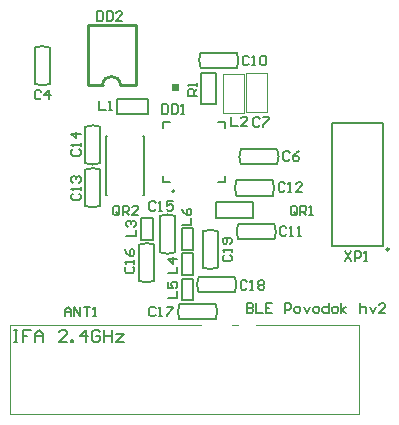
<source format=gto>
G04*
G04 #@! TF.GenerationSoftware,Altium Limited,Altium Designer,18.1.6 (161)*
G04*
G04 Layer_Color=65535*
%FSLAX24Y24*%
%MOIN*%
G70*
G01*
G75*
%ADD10C,0.0100*%
%ADD11C,0.0070*%
%ADD12C,0.0079*%
%ADD13C,0.0039*%
G36*
X33892Y36486D02*
X33642D01*
Y36236D01*
X33892D01*
Y36486D01*
D02*
G37*
D10*
X31942Y36436D02*
G03*
X31342Y36436I-300J0D01*
G01*
X40876Y30965D02*
G03*
X40876Y30965I-30J0D01*
G01*
X30842Y36436D02*
X31342D01*
X32442D02*
Y38436D01*
X30842Y36436D02*
Y38436D01*
X32442D01*
X31942Y36436D02*
X32442D01*
D11*
X33905Y29144D02*
G03*
X33904Y28633I608J-256D01*
G01*
X35112D02*
G03*
X35112Y29144I-609J255D01*
G01*
X34545Y30049D02*
G03*
X34544Y29539I608J-256D01*
G01*
X35752D02*
G03*
X35751Y30049I-609J255D01*
G01*
X33760Y32079D02*
G03*
X33249Y32080I-256J-608D01*
G01*
Y30872D02*
G03*
X33760Y30873I255J609D01*
G01*
X35187Y31568D02*
G03*
X34676Y31568I-256J-608D01*
G01*
Y30360D02*
G03*
X35187Y30361I255J609D01*
G01*
X32559Y29919D02*
G03*
X33070Y29918I256J608D01*
G01*
Y31126D02*
G03*
X32559Y31125I-255J-609D01*
G01*
X35804Y33268D02*
G03*
X35804Y32757I608J-256D01*
G01*
X37012D02*
G03*
X37011Y33268I-609J255D01*
G01*
X35863Y31811D02*
G03*
X35863Y31300I608J-256D01*
G01*
X37071D02*
G03*
X37070Y31811I-609J255D01*
G01*
X30759Y32419D02*
G03*
X31269Y32418I256J608D01*
G01*
Y33626D02*
G03*
X30759Y33625I-255J-609D01*
G01*
X31270Y35052D02*
G03*
X30759Y35052I-256J-608D01*
G01*
Y33845D02*
G03*
X31270Y33845I255J609D01*
G01*
X35952Y34311D02*
G03*
X35952Y33800I608J-256D01*
G01*
X37159D02*
G03*
X37159Y34311I-609J255D01*
G01*
X35820Y37018D02*
G03*
X35820Y37528I-608J256D01*
G01*
X34612D02*
G03*
X34613Y37018I609J-255D01*
G01*
X29075Y36484D02*
G03*
X29585Y36483I256J608D01*
G01*
Y37691D02*
G03*
X29075Y37690I-255J-609D01*
G01*
X33908Y28633D02*
X35108D01*
X33907Y29144D02*
X35108D01*
X34548Y29538D02*
X35748D01*
X34547Y30049D02*
X35748D01*
X33249Y30876D02*
Y32076D01*
X33760Y30876D02*
Y32077D01*
X34676Y30364D02*
Y31564D01*
X35187Y30364D02*
Y31565D01*
X33070Y29922D02*
Y31122D01*
X32559Y29921D02*
Y31122D01*
X35808Y32757D02*
X37008D01*
X35807Y33268D02*
X37008D01*
X35867Y31300D02*
X37067D01*
X35866Y31811D02*
X37067D01*
X31270Y32422D02*
Y33622D01*
X30759Y32421D02*
Y33622D01*
Y33848D02*
Y35048D01*
X31270Y33848D02*
Y35049D01*
X35955Y33800D02*
X37155D01*
X35955Y34311D02*
X37156D01*
X35138Y35797D02*
Y36841D01*
X34626Y35797D02*
Y36841D01*
Y35797D02*
X35138D01*
X34626Y36841D02*
X35138D01*
X34616Y37529D02*
X35816D01*
X34616Y37018D02*
X35817D01*
X31831Y35482D02*
Y35994D01*
X32874Y35482D02*
Y35994D01*
X31831Y35482D02*
X32874D01*
X31831Y35994D02*
X32874D01*
X29586Y36487D02*
Y37687D01*
X29075Y36486D02*
Y37687D01*
D12*
X33740Y32904D02*
G03*
X33740Y32904I-39J0D01*
G01*
X38996Y31073D02*
X40679D01*
Y35177D01*
X38996D02*
X40679D01*
X38996Y31073D02*
Y35177D01*
X33976Y29281D02*
X34370D01*
X33976D02*
Y29990D01*
X34173D01*
X34370D01*
Y29281D02*
Y29990D01*
X33976Y30128D02*
X34370D01*
X33976D02*
Y30837D01*
X34173D01*
X34370D01*
Y30128D02*
Y30837D01*
X33976Y30955D02*
X34370D01*
X33976D02*
Y31663D01*
X34173D01*
X34370D01*
Y30955D02*
Y31663D01*
X32618Y31998D02*
X33012D01*
Y31289D02*
Y31998D01*
X32815Y31289D02*
X33012D01*
X32618D02*
X32815D01*
X32618D02*
Y31998D01*
X35138Y31998D02*
Y32549D01*
X36358Y31998D02*
Y32549D01*
X35138Y31998D02*
X36358D01*
X35138Y32549D02*
X36358D01*
X32687Y34754D02*
X32726D01*
Y32785D02*
Y34754D01*
X32687Y32785D02*
X32726D01*
X31467Y34754D02*
X31506D01*
X31467Y32785D02*
Y34754D01*
Y32785D02*
X31506D01*
X35413Y33219D02*
Y33406D01*
X35197Y33219D02*
X35413D01*
X33356D02*
X33583D01*
X33356D02*
Y33228D01*
Y33406D01*
X35413Y35020D02*
Y35217D01*
X35197D02*
X35413D01*
X33356D02*
X33583D01*
X33356Y35020D02*
Y35217D01*
X36152Y29163D02*
Y28848D01*
X36309D01*
X36361Y28901D01*
Y28953D01*
X36309Y29006D01*
X36152D01*
X36309D01*
X36361Y29058D01*
Y29111D01*
X36309Y29163D01*
X36152D01*
X36466D02*
Y28848D01*
X36676D01*
X36991Y29163D02*
X36781D01*
Y28848D01*
X36991D01*
X36781Y29006D02*
X36886D01*
X37411Y28848D02*
Y29163D01*
X37568D01*
X37621Y29111D01*
Y29006D01*
X37568Y28953D01*
X37411D01*
X37778Y28848D02*
X37883D01*
X37936Y28901D01*
Y29006D01*
X37883Y29058D01*
X37778D01*
X37726Y29006D01*
Y28901D01*
X37778Y28848D01*
X38041Y29058D02*
X38146Y28848D01*
X38251Y29058D01*
X38408Y28848D02*
X38513D01*
X38565Y28901D01*
Y29006D01*
X38513Y29058D01*
X38408D01*
X38356Y29006D01*
Y28901D01*
X38408Y28848D01*
X38880Y29163D02*
Y28848D01*
X38723D01*
X38670Y28901D01*
Y29006D01*
X38723Y29058D01*
X38880D01*
X39038Y28848D02*
X39143D01*
X39195Y28901D01*
Y29006D01*
X39143Y29058D01*
X39038D01*
X38985Y29006D01*
Y28901D01*
X39038Y28848D01*
X39300D02*
Y29163D01*
Y28953D02*
X39458Y29058D01*
X39300Y28953D02*
X39458Y28848D01*
X39930Y29163D02*
Y28848D01*
Y29006D01*
X39982Y29058D01*
X40087D01*
X40140Y29006D01*
Y28848D01*
X40245Y29058D02*
X40350Y28848D01*
X40455Y29058D01*
X40770Y28848D02*
X40560D01*
X40770Y29058D01*
Y29111D01*
X40717Y29163D01*
X40612D01*
X40560Y29111D01*
X28376Y28287D02*
X28507D01*
X28442D01*
Y27894D01*
X28376D01*
X28507D01*
X28966Y28287D02*
X28704D01*
Y28090D01*
X28835D01*
X28704D01*
Y27894D01*
X29098D02*
Y28156D01*
X29229Y28287D01*
X29360Y28156D01*
Y27894D01*
Y28090D01*
X29098D01*
X30147Y27894D02*
X29885D01*
X30147Y28156D01*
Y28222D01*
X30081Y28287D01*
X29950D01*
X29885Y28222D01*
X30278Y27894D02*
Y27959D01*
X30344D01*
Y27894D01*
X30278D01*
X30803D02*
Y28287D01*
X30606Y28090D01*
X30869D01*
X31262Y28222D02*
X31197Y28287D01*
X31065D01*
X31000Y28222D01*
Y27959D01*
X31065Y27894D01*
X31197D01*
X31262Y27959D01*
Y28090D01*
X31131D01*
X31393Y28287D02*
Y27894D01*
Y28090D01*
X31656D01*
Y28287D01*
Y27894D01*
X31787Y28156D02*
X32049D01*
X31787Y27894D01*
X32049D01*
X30079Y28730D02*
Y28940D01*
X30184Y29045D01*
X30289Y28940D01*
Y28730D01*
Y28888D01*
X30079D01*
X30394Y28730D02*
Y29045D01*
X30604Y28730D01*
Y29045D01*
X30708D02*
X30918D01*
X30813D01*
Y28730D01*
X31023D02*
X31128D01*
X31076D01*
Y29045D01*
X31023Y28993D01*
X29295Y36227D02*
X29242Y36279D01*
X29137D01*
X29085Y36227D01*
Y36017D01*
X29137Y35965D01*
X29242D01*
X29295Y36017D01*
X29557Y35965D02*
Y36279D01*
X29399Y36122D01*
X29609D01*
X37582Y34180D02*
X37529Y34232D01*
X37425D01*
X37372Y34180D01*
Y33970D01*
X37425Y33917D01*
X37529D01*
X37582Y33970D01*
X37897Y34232D02*
X37792Y34180D01*
X37687Y34075D01*
Y33970D01*
X37739Y33917D01*
X37844D01*
X37897Y33970D01*
Y34022D01*
X37844Y34075D01*
X37687D01*
X36578Y35321D02*
X36526Y35374D01*
X36421D01*
X36368Y35321D01*
Y35112D01*
X36421Y35059D01*
X36526D01*
X36578Y35112D01*
X36683Y35374D02*
X36893D01*
Y35321D01*
X36683Y35112D01*
Y35059D01*
X36224Y37369D02*
X36171Y37421D01*
X36066D01*
X36014Y37369D01*
Y37159D01*
X36066Y37106D01*
X36171D01*
X36224Y37159D01*
X36329Y37106D02*
X36434D01*
X36381D01*
Y37421D01*
X36329Y37369D01*
X36591D02*
X36644Y37421D01*
X36748D01*
X36801Y37369D01*
Y37159D01*
X36748Y37106D01*
X36644D01*
X36591Y37159D01*
Y37369D01*
X37474Y31690D02*
X37421Y31742D01*
X37316D01*
X37264Y31690D01*
Y31480D01*
X37316Y31427D01*
X37421D01*
X37474Y31480D01*
X37579Y31427D02*
X37684D01*
X37631D01*
Y31742D01*
X37579Y31690D01*
X37841Y31427D02*
X37946D01*
X37894D01*
Y31742D01*
X37841Y31690D01*
X37424Y33156D02*
X37371Y33209D01*
X37266D01*
X37214Y33156D01*
Y32946D01*
X37266Y32894D01*
X37371D01*
X37424Y32946D01*
X37529Y32894D02*
X37634D01*
X37581D01*
Y33209D01*
X37529Y33156D01*
X38001Y32894D02*
X37791D01*
X38001Y33104D01*
Y33156D01*
X37948Y33209D01*
X37843D01*
X37791Y33156D01*
X30359Y32828D02*
X30306Y32776D01*
Y32671D01*
X30359Y32618D01*
X30569D01*
X30621Y32671D01*
Y32776D01*
X30569Y32828D01*
X30621Y32933D02*
Y33038D01*
Y32985D01*
X30306D01*
X30359Y32933D01*
Y33195D02*
X30306Y33248D01*
Y33353D01*
X30359Y33405D01*
X30411D01*
X30464Y33353D01*
Y33300D01*
Y33353D01*
X30516Y33405D01*
X30569D01*
X30621Y33353D01*
Y33248D01*
X30569Y33195D01*
X30348Y34304D02*
X30295Y34252D01*
Y34147D01*
X30348Y34094D01*
X30558D01*
X30610Y34147D01*
Y34252D01*
X30558Y34304D01*
X30610Y34409D02*
Y34514D01*
Y34462D01*
X30295D01*
X30348Y34409D01*
X30610Y34829D02*
X30295D01*
X30453Y34672D01*
Y34882D01*
X33113Y32516D02*
X33061Y32569D01*
X32956D01*
X32904Y32516D01*
Y32306D01*
X32956Y32254D01*
X33061D01*
X33113Y32306D01*
X33218Y32254D02*
X33323D01*
X33271D01*
Y32569D01*
X33218Y32516D01*
X33691Y32569D02*
X33481D01*
Y32411D01*
X33586Y32464D01*
X33638D01*
X33691Y32411D01*
Y32306D01*
X33638Y32254D01*
X33533D01*
X33481Y32306D01*
X32139Y30387D02*
X32087Y30335D01*
Y30230D01*
X32139Y30177D01*
X32349D01*
X32402Y30230D01*
Y30335D01*
X32349Y30387D01*
X32402Y30492D02*
Y30597D01*
Y30545D01*
X32087D01*
X32139Y30492D01*
X32087Y30964D02*
X32139Y30859D01*
X32244Y30754D01*
X32349D01*
X32402Y30807D01*
Y30912D01*
X32349Y30964D01*
X32297D01*
X32244Y30912D01*
Y30754D01*
X33113Y29003D02*
X33061Y29055D01*
X32956D01*
X32904Y29003D01*
Y28793D01*
X32956Y28740D01*
X33061D01*
X33113Y28793D01*
X33218Y28740D02*
X33323D01*
X33271D01*
Y29055D01*
X33218Y29003D01*
X33481Y29055D02*
X33691D01*
Y29003D01*
X33481Y28793D01*
Y28740D01*
X36155Y29879D02*
X36102Y29931D01*
X35997D01*
X35945Y29879D01*
Y29669D01*
X35997Y29616D01*
X36102D01*
X36155Y29669D01*
X36260Y29616D02*
X36365D01*
X36312D01*
Y29931D01*
X36260Y29879D01*
X36522D02*
X36575Y29931D01*
X36680D01*
X36732Y29879D01*
Y29826D01*
X36680Y29774D01*
X36732Y29721D01*
Y29669D01*
X36680Y29616D01*
X36575D01*
X36522Y29669D01*
Y29721D01*
X36575Y29774D01*
X36522Y29826D01*
Y29879D01*
X36575Y29774D02*
X36680D01*
X35397Y30781D02*
X35345Y30728D01*
Y30623D01*
X35397Y30571D01*
X35607D01*
X35659Y30623D01*
Y30728D01*
X35607Y30781D01*
X35659Y30886D02*
Y30991D01*
Y30938D01*
X35345D01*
X35397Y30886D01*
X35607Y31148D02*
X35659Y31201D01*
Y31306D01*
X35607Y31358D01*
X35397D01*
X35345Y31306D01*
Y31201D01*
X35397Y31148D01*
X35450D01*
X35502Y31201D01*
Y31358D01*
X33327Y35807D02*
Y35492D01*
X33484D01*
X33537Y35545D01*
Y35755D01*
X33484Y35807D01*
X33327D01*
X33642D02*
Y35492D01*
X33799D01*
X33852Y35545D01*
Y35755D01*
X33799Y35807D01*
X33642D01*
X33956Y35492D02*
X34061D01*
X34009D01*
Y35807D01*
X33956Y35755D01*
X31161Y38907D02*
Y38593D01*
X31319D01*
X31371Y38645D01*
Y38855D01*
X31319Y38907D01*
X31161D01*
X31476D02*
Y38593D01*
X31634D01*
X31686Y38645D01*
Y38855D01*
X31634Y38907D01*
X31476D01*
X32001Y38593D02*
X31791D01*
X32001Y38802D01*
Y38855D01*
X31949Y38907D01*
X31844D01*
X31791Y38855D01*
X31240Y35925D02*
Y35610D01*
X31450D01*
X31555D02*
X31660D01*
X31607D01*
Y35925D01*
X31555Y35873D01*
X35640Y35384D02*
Y35069D01*
X35850D01*
X36165D02*
X35955D01*
X36165Y35279D01*
Y35331D01*
X36112Y35384D01*
X36007D01*
X35955Y35331D01*
X32136Y31398D02*
X32451D01*
Y31608D01*
X32188Y31713D02*
X32136Y31765D01*
Y31870D01*
X32188Y31922D01*
X32241D01*
X32293Y31870D01*
Y31817D01*
Y31870D01*
X32346Y31922D01*
X32398D01*
X32451Y31870D01*
Y31765D01*
X32398Y31713D01*
X33524Y30177D02*
X33839D01*
Y30387D01*
Y30649D02*
X33524D01*
X33681Y30492D01*
Y30702D01*
X33524Y29360D02*
X33839D01*
Y29570D01*
X33524Y29885D02*
Y29675D01*
X33681D01*
X33629Y29780D01*
Y29833D01*
X33681Y29885D01*
X33786D01*
X33839Y29833D01*
Y29728D01*
X33786Y29675D01*
X33986Y31791D02*
X34301D01*
Y32001D01*
X33986Y32316D02*
X34039Y32211D01*
X34144Y32106D01*
X34249D01*
X34301Y32159D01*
Y32264D01*
X34249Y32316D01*
X34196D01*
X34144Y32264D01*
Y32106D01*
X37818Y32159D02*
Y32369D01*
X37766Y32421D01*
X37661D01*
X37608Y32369D01*
Y32159D01*
X37661Y32106D01*
X37766D01*
X37713Y32211D02*
X37818Y32106D01*
X37766D02*
X37818Y32159D01*
X37923Y32106D02*
Y32421D01*
X38081D01*
X38133Y32369D01*
Y32264D01*
X38081Y32211D01*
X37923D01*
X38028D02*
X38133Y32106D01*
X38238D02*
X38343D01*
X38290D01*
Y32421D01*
X38238Y32369D01*
X31903Y32159D02*
Y32369D01*
X31850Y32421D01*
X31745D01*
X31693Y32369D01*
Y32159D01*
X31745Y32106D01*
X31850D01*
X31798Y32211D02*
X31903Y32106D01*
X31850D02*
X31903Y32159D01*
X32008Y32106D02*
Y32421D01*
X32165D01*
X32218Y32369D01*
Y32264D01*
X32165Y32211D01*
X32008D01*
X32113D02*
X32218Y32106D01*
X32533D02*
X32323D01*
X32533Y32316D01*
Y32369D01*
X32480Y32421D01*
X32375D01*
X32323Y32369D01*
X34498Y36093D02*
X34183D01*
Y36250D01*
X34236Y36302D01*
X34341D01*
X34393Y36250D01*
Y36093D01*
Y36197D02*
X34498Y36302D01*
Y36407D02*
Y36512D01*
Y36460D01*
X34183D01*
X34236Y36407D01*
X39429Y30905D02*
X39639Y30591D01*
Y30905D02*
X39429Y30591D01*
X39744D02*
Y30905D01*
X39901D01*
X39954Y30853D01*
Y30748D01*
X39901Y30696D01*
X39744D01*
X40059Y30591D02*
X40164D01*
X40111D01*
Y30905D01*
X40059Y30853D01*
D13*
X28261Y28431D02*
X34624D01*
X35644D02*
X35870D01*
X36454Y28431D02*
X39906D01*
X28261Y25470D02*
Y28431D01*
X39906Y25470D02*
Y28431D01*
X28261Y25470D02*
X39906D01*
X35358Y35504D02*
Y36819D01*
X36059Y35504D02*
Y36819D01*
X35358D02*
X36059D01*
X35358Y35504D02*
X36059D01*
X36831Y35531D02*
Y36831D01*
X36122Y35531D02*
Y36831D01*
X36831D01*
X36122Y35531D02*
X36831D01*
M02*

</source>
